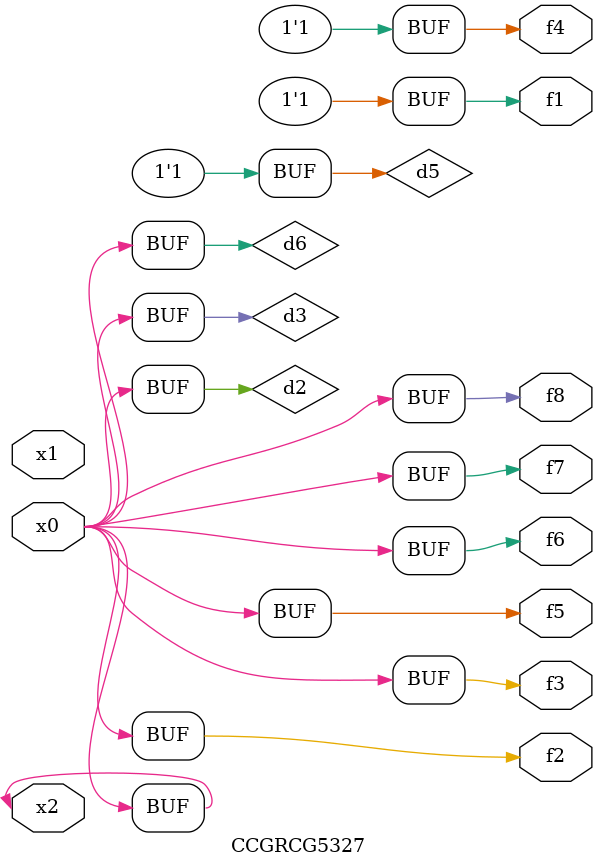
<source format=v>
module CCGRCG5327(
	input x0, x1, x2,
	output f1, f2, f3, f4, f5, f6, f7, f8
);

	wire d1, d2, d3, d4, d5, d6;

	xnor (d1, x2);
	buf (d2, x0, x2);
	and (d3, x0);
	xnor (d4, x1, x2);
	nand (d5, d1, d3);
	buf (d6, d2, d3);
	assign f1 = d5;
	assign f2 = d6;
	assign f3 = d6;
	assign f4 = d5;
	assign f5 = d6;
	assign f6 = d6;
	assign f7 = d6;
	assign f8 = d6;
endmodule

</source>
